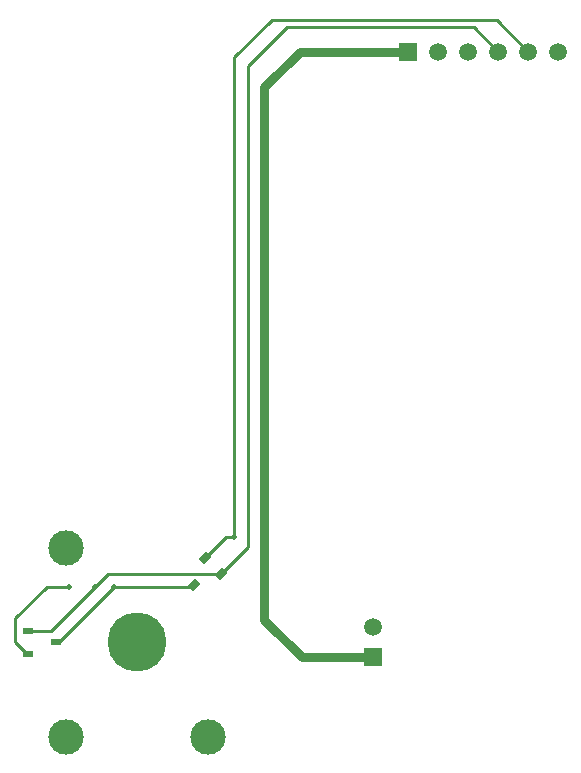
<source format=gtl>
G04 Layer_Physical_Order=1*
G04 Layer_Color=255*
%FSLAX25Y25*%
%MOIN*%
G70*
G01*
G75*
G04:AMPARAMS|DCode=10|XSize=23.62mil|YSize=37.4mil|CornerRadius=0mil|HoleSize=0mil|Usage=FLASHONLY|Rotation=315.000|XOffset=0mil|YOffset=0mil|HoleType=Round|Shape=Rectangle|*
%AMROTATEDRECTD10*
4,1,4,-0.02158,-0.00487,0.00487,0.02158,0.02158,0.00487,-0.00487,-0.02158,-0.02158,-0.00487,0.0*
%
%ADD10ROTATEDRECTD10*%

%ADD11R,0.03740X0.02362*%
%ADD12C,0.01000*%
%ADD13C,0.03000*%
%ADD14C,0.11811*%
%ADD15C,0.19685*%
%ADD16R,0.05906X0.05906*%
%ADD17C,0.05906*%
%ADD18R,0.05906X0.05906*%
%ADD19C,0.02000*%
D10*
X18973Y18973D02*
D03*
X22871Y28160D02*
D03*
X28160Y22871D02*
D03*
D11*
X-26870Y0D02*
D03*
X-36122Y-3740D02*
D03*
Y3740D02*
D03*
D12*
X32500Y35000D02*
Y195000D01*
X45000Y207500D01*
X119902D01*
X130551Y196850D01*
X112402Y205000D02*
X120551Y196850D01*
X50000Y205000D02*
X112402D01*
X37000Y192000D02*
X50000Y205000D01*
X29711Y35000D02*
X32500D01*
X22871Y28160D02*
X29711Y35000D01*
X37000Y31711D02*
Y192000D01*
X28160Y22871D02*
X37000Y31711D01*
X-30000Y18500D02*
X-22500D01*
X-40500Y8000D02*
X-30000Y18500D01*
X-40500Y0D02*
Y8000D01*
Y0D02*
X-36760Y-3740D01*
X-36122D01*
X-9629Y22871D02*
X28160D01*
X-14000Y18500D02*
X-9629Y22871D01*
X-36122Y3740D02*
X-28760D01*
X-14000Y18500D01*
X18500D02*
X18973Y18973D01*
X-7500Y18500D02*
X18500D01*
X-26000Y0D02*
X-7500Y18500D01*
X-26870Y0D02*
X-26000D01*
D13*
X54350Y196850D02*
X90551D01*
X42500Y185000D02*
X54350Y196850D01*
X42500Y7500D02*
Y185000D01*
Y7500D02*
X55000Y-5000D01*
X78740D01*
D14*
X-23622Y31496D02*
D03*
X23622Y-31496D02*
D03*
X-23622D02*
D03*
D15*
X0Y0D02*
D03*
D16*
X90551Y196850D02*
D03*
D17*
X100551D02*
D03*
X110551D02*
D03*
X120551D02*
D03*
X130551D02*
D03*
X140551D02*
D03*
X78740Y5000D02*
D03*
D18*
Y-5000D02*
D03*
D19*
X32500Y35000D02*
D03*
X-22500Y18500D02*
D03*
X-14000D02*
D03*
X-7500D02*
D03*
M02*

</source>
